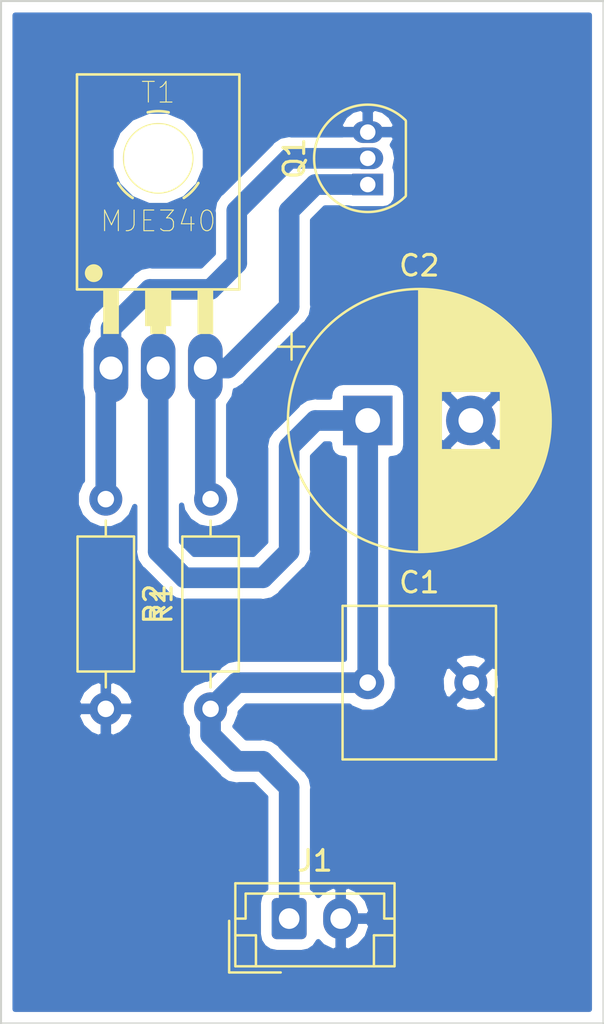
<source format=kicad_pcb>
(kicad_pcb (version 20171130) (host pcbnew 5.0.0-fee4fd1~66~ubuntu16.04.1)

  (general
    (thickness 1.6)
    (drawings 4)
    (tracks 34)
    (zones 0)
    (modules 7)
    (nets 5)
  )

  (page A4)
  (layers
    (0 F.Cu signal)
    (31 B.Cu signal)
    (32 B.Adhes user)
    (33 F.Adhes user)
    (34 B.Paste user)
    (35 F.Paste user)
    (36 B.SilkS user)
    (37 F.SilkS user)
    (38 B.Mask user)
    (39 F.Mask user)
    (40 Dwgs.User user)
    (41 Cmts.User user)
    (42 Eco1.User user)
    (43 Eco2.User user)
    (44 Edge.Cuts user)
    (45 Margin user)
    (46 B.CrtYd user)
    (47 F.CrtYd user)
    (48 B.Fab user)
    (49 F.Fab user)
  )

  (setup
    (last_trace_width 0.25)
    (trace_clearance 0.2)
    (zone_clearance 0.508)
    (zone_45_only no)
    (trace_min 0.2)
    (segment_width 0.2)
    (edge_width 0.1)
    (via_size 0.8)
    (via_drill 0.4)
    (via_min_size 0.4)
    (via_min_drill 0.3)
    (uvia_size 0.3)
    (uvia_drill 0.1)
    (uvias_allowed no)
    (uvia_min_size 0.2)
    (uvia_min_drill 0.1)
    (pcb_text_width 0.3)
    (pcb_text_size 1.5 1.5)
    (mod_edge_width 0.15)
    (mod_text_size 1 1)
    (mod_text_width 0.15)
    (pad_size 1.5 1.5)
    (pad_drill 0.6)
    (pad_to_mask_clearance 0)
    (aux_axis_origin 0 0)
    (visible_elements FFFFFF7F)
    (pcbplotparams
      (layerselection 0x010fc_ffffffff)
      (usegerberextensions false)
      (usegerberattributes false)
      (usegerberadvancedattributes false)
      (creategerberjobfile false)
      (excludeedgelayer true)
      (linewidth 0.100000)
      (plotframeref false)
      (viasonmask false)
      (mode 1)
      (useauxorigin false)
      (hpglpennumber 1)
      (hpglpenspeed 20)
      (hpglpendiameter 15.000000)
      (psnegative false)
      (psa4output false)
      (plotreference true)
      (plotvalue true)
      (plotinvisibletext false)
      (padsonsilk false)
      (subtractmaskfromsilk false)
      (outputformat 1)
      (mirror false)
      (drillshape 1)
      (scaleselection 1)
      (outputdirectory ""))
  )

  (net 0 "")
  (net 1 VCC)
  (net 2 GND)
  (net 3 "Net-(Q1-Pad2)")
  (net 4 "Net-(Q1-Pad1)")

  (net_class Default "This is the default net class."
    (clearance 0.2)
    (trace_width 0.25)
    (via_dia 0.8)
    (via_drill 0.4)
    (uvia_dia 0.3)
    (uvia_drill 0.1)
    (add_net GND)
    (add_net "Net-(Q1-Pad1)")
    (add_net "Net-(Q1-Pad2)")
    (add_net VCC)
  )

  (module Capacitor_THT:C_Rect_L7.2mm_W7.2mm_P5.00mm_FKS2_FKP2_MKS2_MKP2 (layer F.Cu) (tedit 5AE50EF0) (tstamp 5BDF116B)
    (at 154.94 107.95)
    (descr "C, Rect series, Radial, pin pitch=5.00mm, , length*width=7.2*7.2mm^2, Capacitor, http://www.wima.com/EN/WIMA_FKS_2.pdf")
    (tags "C Rect series Radial pin pitch 5.00mm  length 7.2mm width 7.2mm Capacitor")
    (path /5BC6DBAC)
    (fp_text reference C1 (at 2.5 -4.85) (layer F.SilkS)
      (effects (font (size 1 1) (thickness 0.15)))
    )
    (fp_text value "1uF 63V SMR (PPS)" (at 2.5 4.85) (layer F.Fab)
      (effects (font (size 1 1) (thickness 0.15)))
    )
    (fp_line (start -1.1 -3.6) (end -1.1 3.6) (layer F.Fab) (width 0.1))
    (fp_line (start -1.1 3.6) (end 6.1 3.6) (layer F.Fab) (width 0.1))
    (fp_line (start 6.1 3.6) (end 6.1 -3.6) (layer F.Fab) (width 0.1))
    (fp_line (start 6.1 -3.6) (end -1.1 -3.6) (layer F.Fab) (width 0.1))
    (fp_line (start -1.22 -3.72) (end 6.22 -3.72) (layer F.SilkS) (width 0.12))
    (fp_line (start -1.22 3.72) (end 6.22 3.72) (layer F.SilkS) (width 0.12))
    (fp_line (start -1.22 -3.72) (end -1.22 3.72) (layer F.SilkS) (width 0.12))
    (fp_line (start 6.22 -3.72) (end 6.22 3.72) (layer F.SilkS) (width 0.12))
    (fp_line (start -1.35 -3.85) (end -1.35 3.85) (layer F.CrtYd) (width 0.05))
    (fp_line (start -1.35 3.85) (end 6.35 3.85) (layer F.CrtYd) (width 0.05))
    (fp_line (start 6.35 3.85) (end 6.35 -3.85) (layer F.CrtYd) (width 0.05))
    (fp_line (start 6.35 -3.85) (end -1.35 -3.85) (layer F.CrtYd) (width 0.05))
    (fp_text user %R (at 2.5 0) (layer F.Fab)
      (effects (font (size 1 1) (thickness 0.15)))
    )
    (pad 1 thru_hole circle (at 0 0) (size 1.6 1.6) (drill 0.8) (layers *.Cu *.Mask)
      (net 1 VCC))
    (pad 2 thru_hole circle (at 5 0) (size 1.6 1.6) (drill 0.8) (layers *.Cu *.Mask)
      (net 2 GND))
    (model ${KISYS3DMOD}/Capacitor_THT.3dshapes/C_Rect_L7.2mm_W7.2mm_P5.00mm_FKS2_FKP2_MKS2_MKP2.wrl
      (at (xyz 0 0 0))
      (scale (xyz 1 1 1))
      (rotate (xyz 0 0 0))
    )
  )

  (module Capacitor_THT:CP_Radial_D12.5mm_P5.00mm (layer F.Cu) (tedit 5AE50EF1) (tstamp 5BDF1261)
    (at 154.94 95.25)
    (descr "CP, Radial series, Radial, pin pitch=5.00mm, , diameter=12.5mm, Electrolytic Capacitor")
    (tags "CP Radial series Radial pin pitch 5.00mm  diameter 12.5mm Electrolytic Capacitor")
    (path /5BC6DC40)
    (fp_text reference C2 (at 2.5 -7.5) (layer F.SilkS)
      (effects (font (size 1 1) (thickness 0.15)))
    )
    (fp_text value "470uF 50V BG" (at 2.5 7.5) (layer F.Fab)
      (effects (font (size 1 1) (thickness 0.15)))
    )
    (fp_circle (center 2.5 0) (end 8.75 0) (layer F.Fab) (width 0.1))
    (fp_circle (center 2.5 0) (end 8.87 0) (layer F.SilkS) (width 0.12))
    (fp_circle (center 2.5 0) (end 9 0) (layer F.CrtYd) (width 0.05))
    (fp_line (start -2.866489 -2.7375) (end -1.616489 -2.7375) (layer F.Fab) (width 0.1))
    (fp_line (start -2.241489 -3.3625) (end -2.241489 -2.1125) (layer F.Fab) (width 0.1))
    (fp_line (start 2.5 -6.33) (end 2.5 6.33) (layer F.SilkS) (width 0.12))
    (fp_line (start 2.54 -6.33) (end 2.54 6.33) (layer F.SilkS) (width 0.12))
    (fp_line (start 2.58 -6.33) (end 2.58 6.33) (layer F.SilkS) (width 0.12))
    (fp_line (start 2.62 -6.329) (end 2.62 6.329) (layer F.SilkS) (width 0.12))
    (fp_line (start 2.66 -6.328) (end 2.66 6.328) (layer F.SilkS) (width 0.12))
    (fp_line (start 2.7 -6.327) (end 2.7 6.327) (layer F.SilkS) (width 0.12))
    (fp_line (start 2.74 -6.326) (end 2.74 6.326) (layer F.SilkS) (width 0.12))
    (fp_line (start 2.78 -6.324) (end 2.78 6.324) (layer F.SilkS) (width 0.12))
    (fp_line (start 2.82 -6.322) (end 2.82 6.322) (layer F.SilkS) (width 0.12))
    (fp_line (start 2.86 -6.32) (end 2.86 6.32) (layer F.SilkS) (width 0.12))
    (fp_line (start 2.9 -6.318) (end 2.9 6.318) (layer F.SilkS) (width 0.12))
    (fp_line (start 2.94 -6.315) (end 2.94 6.315) (layer F.SilkS) (width 0.12))
    (fp_line (start 2.98 -6.312) (end 2.98 6.312) (layer F.SilkS) (width 0.12))
    (fp_line (start 3.02 -6.309) (end 3.02 6.309) (layer F.SilkS) (width 0.12))
    (fp_line (start 3.06 -6.306) (end 3.06 6.306) (layer F.SilkS) (width 0.12))
    (fp_line (start 3.1 -6.302) (end 3.1 6.302) (layer F.SilkS) (width 0.12))
    (fp_line (start 3.14 -6.298) (end 3.14 6.298) (layer F.SilkS) (width 0.12))
    (fp_line (start 3.18 -6.294) (end 3.18 6.294) (layer F.SilkS) (width 0.12))
    (fp_line (start 3.221 -6.29) (end 3.221 6.29) (layer F.SilkS) (width 0.12))
    (fp_line (start 3.261 -6.285) (end 3.261 6.285) (layer F.SilkS) (width 0.12))
    (fp_line (start 3.301 -6.28) (end 3.301 6.28) (layer F.SilkS) (width 0.12))
    (fp_line (start 3.341 -6.275) (end 3.341 6.275) (layer F.SilkS) (width 0.12))
    (fp_line (start 3.381 -6.269) (end 3.381 6.269) (layer F.SilkS) (width 0.12))
    (fp_line (start 3.421 -6.264) (end 3.421 6.264) (layer F.SilkS) (width 0.12))
    (fp_line (start 3.461 -6.258) (end 3.461 6.258) (layer F.SilkS) (width 0.12))
    (fp_line (start 3.501 -6.252) (end 3.501 6.252) (layer F.SilkS) (width 0.12))
    (fp_line (start 3.541 -6.245) (end 3.541 6.245) (layer F.SilkS) (width 0.12))
    (fp_line (start 3.581 -6.238) (end 3.581 -1.44) (layer F.SilkS) (width 0.12))
    (fp_line (start 3.581 1.44) (end 3.581 6.238) (layer F.SilkS) (width 0.12))
    (fp_line (start 3.621 -6.231) (end 3.621 -1.44) (layer F.SilkS) (width 0.12))
    (fp_line (start 3.621 1.44) (end 3.621 6.231) (layer F.SilkS) (width 0.12))
    (fp_line (start 3.661 -6.224) (end 3.661 -1.44) (layer F.SilkS) (width 0.12))
    (fp_line (start 3.661 1.44) (end 3.661 6.224) (layer F.SilkS) (width 0.12))
    (fp_line (start 3.701 -6.216) (end 3.701 -1.44) (layer F.SilkS) (width 0.12))
    (fp_line (start 3.701 1.44) (end 3.701 6.216) (layer F.SilkS) (width 0.12))
    (fp_line (start 3.741 -6.209) (end 3.741 -1.44) (layer F.SilkS) (width 0.12))
    (fp_line (start 3.741 1.44) (end 3.741 6.209) (layer F.SilkS) (width 0.12))
    (fp_line (start 3.781 -6.201) (end 3.781 -1.44) (layer F.SilkS) (width 0.12))
    (fp_line (start 3.781 1.44) (end 3.781 6.201) (layer F.SilkS) (width 0.12))
    (fp_line (start 3.821 -6.192) (end 3.821 -1.44) (layer F.SilkS) (width 0.12))
    (fp_line (start 3.821 1.44) (end 3.821 6.192) (layer F.SilkS) (width 0.12))
    (fp_line (start 3.861 -6.184) (end 3.861 -1.44) (layer F.SilkS) (width 0.12))
    (fp_line (start 3.861 1.44) (end 3.861 6.184) (layer F.SilkS) (width 0.12))
    (fp_line (start 3.901 -6.175) (end 3.901 -1.44) (layer F.SilkS) (width 0.12))
    (fp_line (start 3.901 1.44) (end 3.901 6.175) (layer F.SilkS) (width 0.12))
    (fp_line (start 3.941 -6.166) (end 3.941 -1.44) (layer F.SilkS) (width 0.12))
    (fp_line (start 3.941 1.44) (end 3.941 6.166) (layer F.SilkS) (width 0.12))
    (fp_line (start 3.981 -6.156) (end 3.981 -1.44) (layer F.SilkS) (width 0.12))
    (fp_line (start 3.981 1.44) (end 3.981 6.156) (layer F.SilkS) (width 0.12))
    (fp_line (start 4.021 -6.146) (end 4.021 -1.44) (layer F.SilkS) (width 0.12))
    (fp_line (start 4.021 1.44) (end 4.021 6.146) (layer F.SilkS) (width 0.12))
    (fp_line (start 4.061 -6.137) (end 4.061 -1.44) (layer F.SilkS) (width 0.12))
    (fp_line (start 4.061 1.44) (end 4.061 6.137) (layer F.SilkS) (width 0.12))
    (fp_line (start 4.101 -6.126) (end 4.101 -1.44) (layer F.SilkS) (width 0.12))
    (fp_line (start 4.101 1.44) (end 4.101 6.126) (layer F.SilkS) (width 0.12))
    (fp_line (start 4.141 -6.116) (end 4.141 -1.44) (layer F.SilkS) (width 0.12))
    (fp_line (start 4.141 1.44) (end 4.141 6.116) (layer F.SilkS) (width 0.12))
    (fp_line (start 4.181 -6.105) (end 4.181 -1.44) (layer F.SilkS) (width 0.12))
    (fp_line (start 4.181 1.44) (end 4.181 6.105) (layer F.SilkS) (width 0.12))
    (fp_line (start 4.221 -6.094) (end 4.221 -1.44) (layer F.SilkS) (width 0.12))
    (fp_line (start 4.221 1.44) (end 4.221 6.094) (layer F.SilkS) (width 0.12))
    (fp_line (start 4.261 -6.083) (end 4.261 -1.44) (layer F.SilkS) (width 0.12))
    (fp_line (start 4.261 1.44) (end 4.261 6.083) (layer F.SilkS) (width 0.12))
    (fp_line (start 4.301 -6.071) (end 4.301 -1.44) (layer F.SilkS) (width 0.12))
    (fp_line (start 4.301 1.44) (end 4.301 6.071) (layer F.SilkS) (width 0.12))
    (fp_line (start 4.341 -6.059) (end 4.341 -1.44) (layer F.SilkS) (width 0.12))
    (fp_line (start 4.341 1.44) (end 4.341 6.059) (layer F.SilkS) (width 0.12))
    (fp_line (start 4.381 -6.047) (end 4.381 -1.44) (layer F.SilkS) (width 0.12))
    (fp_line (start 4.381 1.44) (end 4.381 6.047) (layer F.SilkS) (width 0.12))
    (fp_line (start 4.421 -6.034) (end 4.421 -1.44) (layer F.SilkS) (width 0.12))
    (fp_line (start 4.421 1.44) (end 4.421 6.034) (layer F.SilkS) (width 0.12))
    (fp_line (start 4.461 -6.021) (end 4.461 -1.44) (layer F.SilkS) (width 0.12))
    (fp_line (start 4.461 1.44) (end 4.461 6.021) (layer F.SilkS) (width 0.12))
    (fp_line (start 4.501 -6.008) (end 4.501 -1.44) (layer F.SilkS) (width 0.12))
    (fp_line (start 4.501 1.44) (end 4.501 6.008) (layer F.SilkS) (width 0.12))
    (fp_line (start 4.541 -5.995) (end 4.541 -1.44) (layer F.SilkS) (width 0.12))
    (fp_line (start 4.541 1.44) (end 4.541 5.995) (layer F.SilkS) (width 0.12))
    (fp_line (start 4.581 -5.981) (end 4.581 -1.44) (layer F.SilkS) (width 0.12))
    (fp_line (start 4.581 1.44) (end 4.581 5.981) (layer F.SilkS) (width 0.12))
    (fp_line (start 4.621 -5.967) (end 4.621 -1.44) (layer F.SilkS) (width 0.12))
    (fp_line (start 4.621 1.44) (end 4.621 5.967) (layer F.SilkS) (width 0.12))
    (fp_line (start 4.661 -5.953) (end 4.661 -1.44) (layer F.SilkS) (width 0.12))
    (fp_line (start 4.661 1.44) (end 4.661 5.953) (layer F.SilkS) (width 0.12))
    (fp_line (start 4.701 -5.939) (end 4.701 -1.44) (layer F.SilkS) (width 0.12))
    (fp_line (start 4.701 1.44) (end 4.701 5.939) (layer F.SilkS) (width 0.12))
    (fp_line (start 4.741 -5.924) (end 4.741 -1.44) (layer F.SilkS) (width 0.12))
    (fp_line (start 4.741 1.44) (end 4.741 5.924) (layer F.SilkS) (width 0.12))
    (fp_line (start 4.781 -5.908) (end 4.781 -1.44) (layer F.SilkS) (width 0.12))
    (fp_line (start 4.781 1.44) (end 4.781 5.908) (layer F.SilkS) (width 0.12))
    (fp_line (start 4.821 -5.893) (end 4.821 -1.44) (layer F.SilkS) (width 0.12))
    (fp_line (start 4.821 1.44) (end 4.821 5.893) (layer F.SilkS) (width 0.12))
    (fp_line (start 4.861 -5.877) (end 4.861 -1.44) (layer F.SilkS) (width 0.12))
    (fp_line (start 4.861 1.44) (end 4.861 5.877) (layer F.SilkS) (width 0.12))
    (fp_line (start 4.901 -5.861) (end 4.901 -1.44) (layer F.SilkS) (width 0.12))
    (fp_line (start 4.901 1.44) (end 4.901 5.861) (layer F.SilkS) (width 0.12))
    (fp_line (start 4.941 -5.845) (end 4.941 -1.44) (layer F.SilkS) (width 0.12))
    (fp_line (start 4.941 1.44) (end 4.941 5.845) (layer F.SilkS) (width 0.12))
    (fp_line (start 4.981 -5.828) (end 4.981 -1.44) (layer F.SilkS) (width 0.12))
    (fp_line (start 4.981 1.44) (end 4.981 5.828) (layer F.SilkS) (width 0.12))
    (fp_line (start 5.021 -5.811) (end 5.021 -1.44) (layer F.SilkS) (width 0.12))
    (fp_line (start 5.021 1.44) (end 5.021 5.811) (layer F.SilkS) (width 0.12))
    (fp_line (start 5.061 -5.793) (end 5.061 -1.44) (layer F.SilkS) (width 0.12))
    (fp_line (start 5.061 1.44) (end 5.061 5.793) (layer F.SilkS) (width 0.12))
    (fp_line (start 5.101 -5.776) (end 5.101 -1.44) (layer F.SilkS) (width 0.12))
    (fp_line (start 5.101 1.44) (end 5.101 5.776) (layer F.SilkS) (width 0.12))
    (fp_line (start 5.141 -5.758) (end 5.141 -1.44) (layer F.SilkS) (width 0.12))
    (fp_line (start 5.141 1.44) (end 5.141 5.758) (layer F.SilkS) (width 0.12))
    (fp_line (start 5.181 -5.739) (end 5.181 -1.44) (layer F.SilkS) (width 0.12))
    (fp_line (start 5.181 1.44) (end 5.181 5.739) (layer F.SilkS) (width 0.12))
    (fp_line (start 5.221 -5.721) (end 5.221 -1.44) (layer F.SilkS) (width 0.12))
    (fp_line (start 5.221 1.44) (end 5.221 5.721) (layer F.SilkS) (width 0.12))
    (fp_line (start 5.261 -5.702) (end 5.261 -1.44) (layer F.SilkS) (width 0.12))
    (fp_line (start 5.261 1.44) (end 5.261 5.702) (layer F.SilkS) (width 0.12))
    (fp_line (start 5.301 -5.682) (end 5.301 -1.44) (layer F.SilkS) (width 0.12))
    (fp_line (start 5.301 1.44) (end 5.301 5.682) (layer F.SilkS) (width 0.12))
    (fp_line (start 5.341 -5.662) (end 5.341 -1.44) (layer F.SilkS) (width 0.12))
    (fp_line (start 5.341 1.44) (end 5.341 5.662) (layer F.SilkS) (width 0.12))
    (fp_line (start 5.381 -5.642) (end 5.381 -1.44) (layer F.SilkS) (width 0.12))
    (fp_line (start 5.381 1.44) (end 5.381 5.642) (layer F.SilkS) (width 0.12))
    (fp_line (start 5.421 -5.622) (end 5.421 -1.44) (layer F.SilkS) (width 0.12))
    (fp_line (start 5.421 1.44) (end 5.421 5.622) (layer F.SilkS) (width 0.12))
    (fp_line (start 5.461 -5.601) (end 5.461 -1.44) (layer F.SilkS) (width 0.12))
    (fp_line (start 5.461 1.44) (end 5.461 5.601) (layer F.SilkS) (width 0.12))
    (fp_line (start 5.501 -5.58) (end 5.501 -1.44) (layer F.SilkS) (width 0.12))
    (fp_line (start 5.501 1.44) (end 5.501 5.58) (layer F.SilkS) (width 0.12))
    (fp_line (start 5.541 -5.558) (end 5.541 -1.44) (layer F.SilkS) (width 0.12))
    (fp_line (start 5.541 1.44) (end 5.541 5.558) (layer F.SilkS) (width 0.12))
    (fp_line (start 5.581 -5.536) (end 5.581 -1.44) (layer F.SilkS) (width 0.12))
    (fp_line (start 5.581 1.44) (end 5.581 5.536) (layer F.SilkS) (width 0.12))
    (fp_line (start 5.621 -5.514) (end 5.621 -1.44) (layer F.SilkS) (width 0.12))
    (fp_line (start 5.621 1.44) (end 5.621 5.514) (layer F.SilkS) (width 0.12))
    (fp_line (start 5.661 -5.491) (end 5.661 -1.44) (layer F.SilkS) (width 0.12))
    (fp_line (start 5.661 1.44) (end 5.661 5.491) (layer F.SilkS) (width 0.12))
    (fp_line (start 5.701 -5.468) (end 5.701 -1.44) (layer F.SilkS) (width 0.12))
    (fp_line (start 5.701 1.44) (end 5.701 5.468) (layer F.SilkS) (width 0.12))
    (fp_line (start 5.741 -5.445) (end 5.741 -1.44) (layer F.SilkS) (width 0.12))
    (fp_line (start 5.741 1.44) (end 5.741 5.445) (layer F.SilkS) (width 0.12))
    (fp_line (start 5.781 -5.421) (end 5.781 -1.44) (layer F.SilkS) (width 0.12))
    (fp_line (start 5.781 1.44) (end 5.781 5.421) (layer F.SilkS) (width 0.12))
    (fp_line (start 5.821 -5.397) (end 5.821 -1.44) (layer F.SilkS) (width 0.12))
    (fp_line (start 5.821 1.44) (end 5.821 5.397) (layer F.SilkS) (width 0.12))
    (fp_line (start 5.861 -5.372) (end 5.861 -1.44) (layer F.SilkS) (width 0.12))
    (fp_line (start 5.861 1.44) (end 5.861 5.372) (layer F.SilkS) (width 0.12))
    (fp_line (start 5.901 -5.347) (end 5.901 -1.44) (layer F.SilkS) (width 0.12))
    (fp_line (start 5.901 1.44) (end 5.901 5.347) (layer F.SilkS) (width 0.12))
    (fp_line (start 5.941 -5.322) (end 5.941 -1.44) (layer F.SilkS) (width 0.12))
    (fp_line (start 5.941 1.44) (end 5.941 5.322) (layer F.SilkS) (width 0.12))
    (fp_line (start 5.981 -5.296) (end 5.981 -1.44) (layer F.SilkS) (width 0.12))
    (fp_line (start 5.981 1.44) (end 5.981 5.296) (layer F.SilkS) (width 0.12))
    (fp_line (start 6.021 -5.27) (end 6.021 -1.44) (layer F.SilkS) (width 0.12))
    (fp_line (start 6.021 1.44) (end 6.021 5.27) (layer F.SilkS) (width 0.12))
    (fp_line (start 6.061 -5.243) (end 6.061 -1.44) (layer F.SilkS) (width 0.12))
    (fp_line (start 6.061 1.44) (end 6.061 5.243) (layer F.SilkS) (width 0.12))
    (fp_line (start 6.101 -5.216) (end 6.101 -1.44) (layer F.SilkS) (width 0.12))
    (fp_line (start 6.101 1.44) (end 6.101 5.216) (layer F.SilkS) (width 0.12))
    (fp_line (start 6.141 -5.188) (end 6.141 -1.44) (layer F.SilkS) (width 0.12))
    (fp_line (start 6.141 1.44) (end 6.141 5.188) (layer F.SilkS) (width 0.12))
    (fp_line (start 6.181 -5.16) (end 6.181 -1.44) (layer F.SilkS) (width 0.12))
    (fp_line (start 6.181 1.44) (end 6.181 5.16) (layer F.SilkS) (width 0.12))
    (fp_line (start 6.221 -5.131) (end 6.221 -1.44) (layer F.SilkS) (width 0.12))
    (fp_line (start 6.221 1.44) (end 6.221 5.131) (layer F.SilkS) (width 0.12))
    (fp_line (start 6.261 -5.102) (end 6.261 -1.44) (layer F.SilkS) (width 0.12))
    (fp_line (start 6.261 1.44) (end 6.261 5.102) (layer F.SilkS) (width 0.12))
    (fp_line (start 6.301 -5.073) (end 6.301 -1.44) (layer F.SilkS) (width 0.12))
    (fp_line (start 6.301 1.44) (end 6.301 5.073) (layer F.SilkS) (width 0.12))
    (fp_line (start 6.341 -5.043) (end 6.341 -1.44) (layer F.SilkS) (width 0.12))
    (fp_line (start 6.341 1.44) (end 6.341 5.043) (layer F.SilkS) (width 0.12))
    (fp_line (start 6.381 -5.012) (end 6.381 -1.44) (layer F.SilkS) (width 0.12))
    (fp_line (start 6.381 1.44) (end 6.381 5.012) (layer F.SilkS) (width 0.12))
    (fp_line (start 6.421 -4.982) (end 6.421 -1.44) (layer F.SilkS) (width 0.12))
    (fp_line (start 6.421 1.44) (end 6.421 4.982) (layer F.SilkS) (width 0.12))
    (fp_line (start 6.461 -4.95) (end 6.461 4.95) (layer F.SilkS) (width 0.12))
    (fp_line (start 6.501 -4.918) (end 6.501 4.918) (layer F.SilkS) (width 0.12))
    (fp_line (start 6.541 -4.885) (end 6.541 4.885) (layer F.SilkS) (width 0.12))
    (fp_line (start 6.581 -4.852) (end 6.581 4.852) (layer F.SilkS) (width 0.12))
    (fp_line (start 6.621 -4.819) (end 6.621 4.819) (layer F.SilkS) (width 0.12))
    (fp_line (start 6.661 -4.785) (end 6.661 4.785) (layer F.SilkS) (width 0.12))
    (fp_line (start 6.701 -4.75) (end 6.701 4.75) (layer F.SilkS) (width 0.12))
    (fp_line (start 6.741 -4.714) (end 6.741 4.714) (layer F.SilkS) (width 0.12))
    (fp_line (start 6.781 -4.678) (end 6.781 4.678) (layer F.SilkS) (width 0.12))
    (fp_line (start 6.821 -4.642) (end 6.821 4.642) (layer F.SilkS) (width 0.12))
    (fp_line (start 6.861 -4.605) (end 6.861 4.605) (layer F.SilkS) (width 0.12))
    (fp_line (start 6.901 -4.567) (end 6.901 4.567) (layer F.SilkS) (width 0.12))
    (fp_line (start 6.941 -4.528) (end 6.941 4.528) (layer F.SilkS) (width 0.12))
    (fp_line (start 6.981 -4.489) (end 6.981 4.489) (layer F.SilkS) (width 0.12))
    (fp_line (start 7.021 -4.449) (end 7.021 4.449) (layer F.SilkS) (width 0.12))
    (fp_line (start 7.061 -4.408) (end 7.061 4.408) (layer F.SilkS) (width 0.12))
    (fp_line (start 7.101 -4.367) (end 7.101 4.367) (layer F.SilkS) (width 0.12))
    (fp_line (start 7.141 -4.325) (end 7.141 4.325) (layer F.SilkS) (width 0.12))
    (fp_line (start 7.181 -4.282) (end 7.181 4.282) (layer F.SilkS) (width 0.12))
    (fp_line (start 7.221 -4.238) (end 7.221 4.238) (layer F.SilkS) (width 0.12))
    (fp_line (start 7.261 -4.194) (end 7.261 4.194) (layer F.SilkS) (width 0.12))
    (fp_line (start 7.301 -4.148) (end 7.301 4.148) (layer F.SilkS) (width 0.12))
    (fp_line (start 7.341 -4.102) (end 7.341 4.102) (layer F.SilkS) (width 0.12))
    (fp_line (start 7.381 -4.055) (end 7.381 4.055) (layer F.SilkS) (width 0.12))
    (fp_line (start 7.421 -4.007) (end 7.421 4.007) (layer F.SilkS) (width 0.12))
    (fp_line (start 7.461 -3.957) (end 7.461 3.957) (layer F.SilkS) (width 0.12))
    (fp_line (start 7.501 -3.907) (end 7.501 3.907) (layer F.SilkS) (width 0.12))
    (fp_line (start 7.541 -3.856) (end 7.541 3.856) (layer F.SilkS) (width 0.12))
    (fp_line (start 7.581 -3.804) (end 7.581 3.804) (layer F.SilkS) (width 0.12))
    (fp_line (start 7.621 -3.75) (end 7.621 3.75) (layer F.SilkS) (width 0.12))
    (fp_line (start 7.661 -3.696) (end 7.661 3.696) (layer F.SilkS) (width 0.12))
    (fp_line (start 7.701 -3.64) (end 7.701 3.64) (layer F.SilkS) (width 0.12))
    (fp_line (start 7.741 -3.583) (end 7.741 3.583) (layer F.SilkS) (width 0.12))
    (fp_line (start 7.781 -3.524) (end 7.781 3.524) (layer F.SilkS) (width 0.12))
    (fp_line (start 7.821 -3.464) (end 7.821 3.464) (layer F.SilkS) (width 0.12))
    (fp_line (start 7.861 -3.402) (end 7.861 3.402) (layer F.SilkS) (width 0.12))
    (fp_line (start 7.901 -3.339) (end 7.901 3.339) (layer F.SilkS) (width 0.12))
    (fp_line (start 7.941 -3.275) (end 7.941 3.275) (layer F.SilkS) (width 0.12))
    (fp_line (start 7.981 -3.208) (end 7.981 3.208) (layer F.SilkS) (width 0.12))
    (fp_line (start 8.021 -3.14) (end 8.021 3.14) (layer F.SilkS) (width 0.12))
    (fp_line (start 8.061 -3.069) (end 8.061 3.069) (layer F.SilkS) (width 0.12))
    (fp_line (start 8.101 -2.996) (end 8.101 2.996) (layer F.SilkS) (width 0.12))
    (fp_line (start 8.141 -2.921) (end 8.141 2.921) (layer F.SilkS) (width 0.12))
    (fp_line (start 8.181 -2.844) (end 8.181 2.844) (layer F.SilkS) (width 0.12))
    (fp_line (start 8.221 -2.764) (end 8.221 2.764) (layer F.SilkS) (width 0.12))
    (fp_line (start 8.261 -2.681) (end 8.261 2.681) (layer F.SilkS) (width 0.12))
    (fp_line (start 8.301 -2.594) (end 8.301 2.594) (layer F.SilkS) (width 0.12))
    (fp_line (start 8.341 -2.504) (end 8.341 2.504) (layer F.SilkS) (width 0.12))
    (fp_line (start 8.381 -2.41) (end 8.381 2.41) (layer F.SilkS) (width 0.12))
    (fp_line (start 8.421 -2.312) (end 8.421 2.312) (layer F.SilkS) (width 0.12))
    (fp_line (start 8.461 -2.209) (end 8.461 2.209) (layer F.SilkS) (width 0.12))
    (fp_line (start 8.501 -2.1) (end 8.501 2.1) (layer F.SilkS) (width 0.12))
    (fp_line (start 8.541 -1.984) (end 8.541 1.984) (layer F.SilkS) (width 0.12))
    (fp_line (start 8.581 -1.861) (end 8.581 1.861) (layer F.SilkS) (width 0.12))
    (fp_line (start 8.621 -1.728) (end 8.621 1.728) (layer F.SilkS) (width 0.12))
    (fp_line (start 8.661 -1.583) (end 8.661 1.583) (layer F.SilkS) (width 0.12))
    (fp_line (start 8.701 -1.422) (end 8.701 1.422) (layer F.SilkS) (width 0.12))
    (fp_line (start 8.741 -1.241) (end 8.741 1.241) (layer F.SilkS) (width 0.12))
    (fp_line (start 8.781 -1.028) (end 8.781 1.028) (layer F.SilkS) (width 0.12))
    (fp_line (start 8.821 -0.757) (end 8.821 0.757) (layer F.SilkS) (width 0.12))
    (fp_line (start 8.861 -0.317) (end 8.861 0.317) (layer F.SilkS) (width 0.12))
    (fp_line (start -4.317082 -3.575) (end -3.067082 -3.575) (layer F.SilkS) (width 0.12))
    (fp_line (start -3.692082 -4.2) (end -3.692082 -2.95) (layer F.SilkS) (width 0.12))
    (fp_text user %R (at 2.5 0) (layer F.Fab)
      (effects (font (size 1 1) (thickness 0.15)))
    )
    (pad 1 thru_hole rect (at 0 0) (size 2.4 2.4) (drill 1.2) (layers *.Cu *.Mask)
      (net 1 VCC))
    (pad 2 thru_hole circle (at 5 0) (size 2.4 2.4) (drill 1.2) (layers *.Cu *.Mask)
      (net 2 GND))
    (model ${KISYS3DMOD}/Capacitor_THT.3dshapes/CP_Radial_D12.5mm_P5.00mm.wrl
      (at (xyz 0 0 0))
      (scale (xyz 1 1 1))
      (rotate (xyz 0 0 0))
    )
  )

  (module Connector_JST:JST_EH_B02B-EH-A_1x02_P2.50mm_Vertical (layer F.Cu) (tedit 5B772AC7) (tstamp 5BDF1281)
    (at 151.13 119.38)
    (descr "JST EH series connector, B02B-EH-A (http://www.jst-mfg.com/product/pdf/eng/eEH.pdf), generated with kicad-footprint-generator")
    (tags "connector JST EH side entry")
    (path /5BC6EFA7)
    (fp_text reference J1 (at 1.25 -2.8) (layer F.SilkS)
      (effects (font (size 1 1) (thickness 0.15)))
    )
    (fp_text value Conn_01x02 (at 1.25 3.4) (layer F.Fab)
      (effects (font (size 1 1) (thickness 0.15)))
    )
    (fp_line (start -2.5 -1.6) (end -2.5 2.2) (layer F.Fab) (width 0.1))
    (fp_line (start -2.5 2.2) (end 5 2.2) (layer F.Fab) (width 0.1))
    (fp_line (start 5 2.2) (end 5 -1.6) (layer F.Fab) (width 0.1))
    (fp_line (start 5 -1.6) (end -2.5 -1.6) (layer F.Fab) (width 0.1))
    (fp_line (start -3 -2.1) (end -3 2.7) (layer F.CrtYd) (width 0.05))
    (fp_line (start -3 2.7) (end 5.5 2.7) (layer F.CrtYd) (width 0.05))
    (fp_line (start 5.5 2.7) (end 5.5 -2.1) (layer F.CrtYd) (width 0.05))
    (fp_line (start 5.5 -2.1) (end -3 -2.1) (layer F.CrtYd) (width 0.05))
    (fp_line (start -2.61 -1.71) (end -2.61 2.31) (layer F.SilkS) (width 0.12))
    (fp_line (start -2.61 2.31) (end 5.11 2.31) (layer F.SilkS) (width 0.12))
    (fp_line (start 5.11 2.31) (end 5.11 -1.71) (layer F.SilkS) (width 0.12))
    (fp_line (start 5.11 -1.71) (end -2.61 -1.71) (layer F.SilkS) (width 0.12))
    (fp_line (start -2.61 0) (end -2.11 0) (layer F.SilkS) (width 0.12))
    (fp_line (start -2.11 0) (end -2.11 -1.21) (layer F.SilkS) (width 0.12))
    (fp_line (start -2.11 -1.21) (end 4.61 -1.21) (layer F.SilkS) (width 0.12))
    (fp_line (start 4.61 -1.21) (end 4.61 0) (layer F.SilkS) (width 0.12))
    (fp_line (start 4.61 0) (end 5.11 0) (layer F.SilkS) (width 0.12))
    (fp_line (start -2.61 0.81) (end -1.61 0.81) (layer F.SilkS) (width 0.12))
    (fp_line (start -1.61 0.81) (end -1.61 2.31) (layer F.SilkS) (width 0.12))
    (fp_line (start 5.11 0.81) (end 4.11 0.81) (layer F.SilkS) (width 0.12))
    (fp_line (start 4.11 0.81) (end 4.11 2.31) (layer F.SilkS) (width 0.12))
    (fp_line (start -2.91 0.11) (end -2.91 2.61) (layer F.SilkS) (width 0.12))
    (fp_line (start -2.91 2.61) (end -0.41 2.61) (layer F.SilkS) (width 0.12))
    (fp_line (start -2.91 0.11) (end -2.91 2.61) (layer F.Fab) (width 0.1))
    (fp_line (start -2.91 2.61) (end -0.41 2.61) (layer F.Fab) (width 0.1))
    (fp_text user %R (at 1.25 1.5) (layer F.Fab)
      (effects (font (size 1 1) (thickness 0.15)))
    )
    (pad 1 thru_hole roundrect (at 0 0) (size 1.7 2) (drill 1) (layers *.Cu *.Mask) (roundrect_rratio 0.147059)
      (net 1 VCC))
    (pad 2 thru_hole oval (at 2.5 0) (size 1.7 2) (drill 1) (layers *.Cu *.Mask)
      (net 2 GND))
    (model ${KISYS3DMOD}/Connector_JST.3dshapes/JST_EH_B02B-EH-A_1x02_P2.50mm_Vertical.wrl
      (at (xyz 0 0 0))
      (scale (xyz 1 1 1))
      (rotate (xyz 0 0 0))
    )
  )

  (module Package_TO_SOT_THT:TO-92_Inline (layer F.Cu) (tedit 5A1DD157) (tstamp 5BDF1293)
    (at 154.94 83.82 90)
    (descr "TO-92 leads in-line, narrow, oval pads, drill 0.75mm (see NXP sot054_po.pdf)")
    (tags "to-92 sc-43 sc-43a sot54 PA33 transistor")
    (path /5BC6D830)
    (fp_text reference Q1 (at 1.27 -3.56 90) (layer F.SilkS)
      (effects (font (size 1 1) (thickness 0.15)))
    )
    (fp_text value BC547 (at 1.27 2.79 90) (layer F.Fab)
      (effects (font (size 1 1) (thickness 0.15)))
    )
    (fp_text user %R (at 1.27 -3.56 90) (layer F.Fab)
      (effects (font (size 1 1) (thickness 0.15)))
    )
    (fp_line (start -0.53 1.85) (end 3.07 1.85) (layer F.SilkS) (width 0.12))
    (fp_line (start -0.5 1.75) (end 3 1.75) (layer F.Fab) (width 0.1))
    (fp_line (start -1.46 -2.73) (end 4 -2.73) (layer F.CrtYd) (width 0.05))
    (fp_line (start -1.46 -2.73) (end -1.46 2.01) (layer F.CrtYd) (width 0.05))
    (fp_line (start 4 2.01) (end 4 -2.73) (layer F.CrtYd) (width 0.05))
    (fp_line (start 4 2.01) (end -1.46 2.01) (layer F.CrtYd) (width 0.05))
    (fp_arc (start 1.27 0) (end 1.27 -2.48) (angle 135) (layer F.Fab) (width 0.1))
    (fp_arc (start 1.27 0) (end 1.27 -2.6) (angle -135) (layer F.SilkS) (width 0.12))
    (fp_arc (start 1.27 0) (end 1.27 -2.48) (angle -135) (layer F.Fab) (width 0.1))
    (fp_arc (start 1.27 0) (end 1.27 -2.6) (angle 135) (layer F.SilkS) (width 0.12))
    (pad 2 thru_hole oval (at 1.27 0 90) (size 1.05 1.5) (drill 0.75) (layers *.Cu *.Mask)
      (net 3 "Net-(Q1-Pad2)"))
    (pad 3 thru_hole oval (at 2.54 0 90) (size 1.05 1.5) (drill 0.75) (layers *.Cu *.Mask)
      (net 2 GND))
    (pad 1 thru_hole rect (at 0 0 90) (size 1.05 1.5) (drill 0.75) (layers *.Cu *.Mask)
      (net 4 "Net-(Q1-Pad1)"))
    (model ${KISYS3DMOD}/Package_TO_SOT_THT.3dshapes/TO-92_Inline.wrl
      (at (xyz 0 0 0))
      (scale (xyz 1 1 1))
      (rotate (xyz 0 0 0))
    )
  )

  (module Resistor_THT:R_Axial_DIN0207_L6.3mm_D2.5mm_P10.16mm_Horizontal (layer F.Cu) (tedit 5AE5139B) (tstamp 5BDF12AA)
    (at 147.32 109.22 90)
    (descr "Resistor, Axial_DIN0207 series, Axial, Horizontal, pin pitch=10.16mm, 0.25W = 1/4W, length*diameter=6.3*2.5mm^2, http://cdn-reichelt.de/documents/datenblatt/B400/1_4W%23YAG.pdf")
    (tags "Resistor Axial_DIN0207 series Axial Horizontal pin pitch 10.16mm 0.25W = 1/4W length 6.3mm diameter 2.5mm")
    (path /5BC6D9B1)
    (fp_text reference R1 (at 5.08 -2.37 90) (layer F.SilkS)
      (effects (font (size 1 1) (thickness 0.15)))
    )
    (fp_text value 5k6 (at 5.08 2.37 90) (layer F.Fab)
      (effects (font (size 1 1) (thickness 0.15)))
    )
    (fp_line (start 1.93 -1.25) (end 1.93 1.25) (layer F.Fab) (width 0.1))
    (fp_line (start 1.93 1.25) (end 8.23 1.25) (layer F.Fab) (width 0.1))
    (fp_line (start 8.23 1.25) (end 8.23 -1.25) (layer F.Fab) (width 0.1))
    (fp_line (start 8.23 -1.25) (end 1.93 -1.25) (layer F.Fab) (width 0.1))
    (fp_line (start 0 0) (end 1.93 0) (layer F.Fab) (width 0.1))
    (fp_line (start 10.16 0) (end 8.23 0) (layer F.Fab) (width 0.1))
    (fp_line (start 1.81 -1.37) (end 1.81 1.37) (layer F.SilkS) (width 0.12))
    (fp_line (start 1.81 1.37) (end 8.35 1.37) (layer F.SilkS) (width 0.12))
    (fp_line (start 8.35 1.37) (end 8.35 -1.37) (layer F.SilkS) (width 0.12))
    (fp_line (start 8.35 -1.37) (end 1.81 -1.37) (layer F.SilkS) (width 0.12))
    (fp_line (start 1.04 0) (end 1.81 0) (layer F.SilkS) (width 0.12))
    (fp_line (start 9.12 0) (end 8.35 0) (layer F.SilkS) (width 0.12))
    (fp_line (start -1.05 -1.5) (end -1.05 1.5) (layer F.CrtYd) (width 0.05))
    (fp_line (start -1.05 1.5) (end 11.21 1.5) (layer F.CrtYd) (width 0.05))
    (fp_line (start 11.21 1.5) (end 11.21 -1.5) (layer F.CrtYd) (width 0.05))
    (fp_line (start 11.21 -1.5) (end -1.05 -1.5) (layer F.CrtYd) (width 0.05))
    (fp_text user %R (at 5.08 0 90) (layer F.Fab)
      (effects (font (size 1 1) (thickness 0.15)))
    )
    (pad 1 thru_hole circle (at 0 0 90) (size 1.6 1.6) (drill 0.8) (layers *.Cu *.Mask)
      (net 1 VCC))
    (pad 2 thru_hole oval (at 10.16 0 90) (size 1.6 1.6) (drill 0.8) (layers *.Cu *.Mask)
      (net 4 "Net-(Q1-Pad1)"))
    (model ${KISYS3DMOD}/Resistor_THT.3dshapes/R_Axial_DIN0207_L6.3mm_D2.5mm_P10.16mm_Horizontal.wrl
      (at (xyz 0 0 0))
      (scale (xyz 1 1 1))
      (rotate (xyz 0 0 0))
    )
  )

  (module Resistor_THT:R_Axial_DIN0207_L6.3mm_D2.5mm_P10.16mm_Horizontal (layer F.Cu) (tedit 5AE5139B) (tstamp 5BDF12C1)
    (at 142.24 99.06 270)
    (descr "Resistor, Axial_DIN0207 series, Axial, Horizontal, pin pitch=10.16mm, 0.25W = 1/4W, length*diameter=6.3*2.5mm^2, http://cdn-reichelt.de/documents/datenblatt/B400/1_4W%23YAG.pdf")
    (tags "Resistor Axial_DIN0207 series Axial Horizontal pin pitch 10.16mm 0.25W = 1/4W length 6.3mm diameter 2.5mm")
    (path /5BC6D9FA)
    (fp_text reference R2 (at 5.08 -2.37 270) (layer F.SilkS)
      (effects (font (size 1 1) (thickness 0.15)))
    )
    (fp_text value 16R (at 5.08 2.37 270) (layer F.Fab)
      (effects (font (size 1 1) (thickness 0.15)))
    )
    (fp_text user %R (at 5.08 0) (layer F.Fab)
      (effects (font (size 1 1) (thickness 0.15)))
    )
    (fp_line (start 11.21 -1.5) (end -1.05 -1.5) (layer F.CrtYd) (width 0.05))
    (fp_line (start 11.21 1.5) (end 11.21 -1.5) (layer F.CrtYd) (width 0.05))
    (fp_line (start -1.05 1.5) (end 11.21 1.5) (layer F.CrtYd) (width 0.05))
    (fp_line (start -1.05 -1.5) (end -1.05 1.5) (layer F.CrtYd) (width 0.05))
    (fp_line (start 9.12 0) (end 8.35 0) (layer F.SilkS) (width 0.12))
    (fp_line (start 1.04 0) (end 1.81 0) (layer F.SilkS) (width 0.12))
    (fp_line (start 8.35 -1.37) (end 1.81 -1.37) (layer F.SilkS) (width 0.12))
    (fp_line (start 8.35 1.37) (end 8.35 -1.37) (layer F.SilkS) (width 0.12))
    (fp_line (start 1.81 1.37) (end 8.35 1.37) (layer F.SilkS) (width 0.12))
    (fp_line (start 1.81 -1.37) (end 1.81 1.37) (layer F.SilkS) (width 0.12))
    (fp_line (start 10.16 0) (end 8.23 0) (layer F.Fab) (width 0.1))
    (fp_line (start 0 0) (end 1.93 0) (layer F.Fab) (width 0.1))
    (fp_line (start 8.23 -1.25) (end 1.93 -1.25) (layer F.Fab) (width 0.1))
    (fp_line (start 8.23 1.25) (end 8.23 -1.25) (layer F.Fab) (width 0.1))
    (fp_line (start 1.93 1.25) (end 8.23 1.25) (layer F.Fab) (width 0.1))
    (fp_line (start 1.93 -1.25) (end 1.93 1.25) (layer F.Fab) (width 0.1))
    (pad 2 thru_hole oval (at 10.16 0 270) (size 1.6 1.6) (drill 0.8) (layers *.Cu *.Mask)
      (net 2 GND))
    (pad 1 thru_hole circle (at 0 0 270) (size 1.6 1.6) (drill 0.8) (layers *.Cu *.Mask)
      (net 3 "Net-(Q1-Pad2)"))
    (model ${KISYS3DMOD}/Resistor_THT.3dshapes/R_Axial_DIN0207_L6.3mm_D2.5mm_P10.16mm_Horizontal.wrl
      (at (xyz 0 0 0))
      (scale (xyz 1 1 1))
      (rotate (xyz 0 0 0))
    )
  )

  (module MJE340:TO126 (layer F.Cu) (tedit 0) (tstamp 5BDF12DE)
    (at 144.78 87.63)
    (descr "<b>TO 126 horizontal</b>")
    (path /5BC6D668)
    (fp_text reference T1 (at 0 -8.26774) (layer F.SilkS)
      (effects (font (size 1.00154 1.00154) (thickness 0.05)))
    )
    (fp_text value MJE340 (at -0.00001 -2.03556) (layer F.SilkS)
      (effects (font (size 1.00175 1.00175) (thickness 0.05)))
    )
    (fp_line (start -3.937 1.27) (end -3.937 -9.144) (layer F.SilkS) (width 0.127))
    (fp_line (start -3.937 -9.144) (end 3.937 -9.144) (layer F.SilkS) (width 0.127))
    (fp_line (start 3.937 -9.144) (end 3.937 1.27) (layer F.SilkS) (width 0.127))
    (fp_line (start -3.937 1.27) (end 3.937 1.27) (layer F.SilkS) (width 0.127))
    (fp_arc (start 0.000001 -5.08011) (end 1.9493 -3.8858) (angle 25.6) (layer F.SilkS) (width 0.127))
    (fp_arc (start -0.000001 -5.08011) (end -1.2393 -3.1591) (angle 25.6) (layer F.SilkS) (width 0.127))
    (fp_arc (start 0 -5.08) (end 0.508 -7.3088) (angle -25.6) (layer F.SilkS) (width 0.127))
    (fp_circle (center -3.1242 0.4826) (end -2.6924 0.4826) (layer F.SilkS) (width 0))
    (fp_circle (center 0 -5.08) (end 3.81 -5.08) (layer Dwgs.User) (width 0))
    (fp_circle (center 0 -5.08) (end 3.81 -5.08) (layer Dwgs.User) (width 0))
    (fp_circle (center 0 -5.08) (end 1.651 -5.08) (layer F.SilkS) (width 0.127))
    (fp_text user 1 (at -2.5407 0.889245) (layer Edge.Cuts)
      (effects (font (size 1 1) (thickness 0.05)))
    )
    (fp_text user 2 (at -0.508536 0.889938) (layer Edge.Cuts)
      (effects (font (size 1 1) (thickness 0.05)))
    )
    (fp_text user 3 (at 1.77816 0.88908) (layer Edge.Cuts)
      (effects (font (size 1 1) (thickness 0.05)))
    )
    (fp_poly (pts (xy -0.635327 1.27) (xy 0.635 1.27) (xy 0.635 3.04957) (xy -0.635327 3.04957)) (layer F.SilkS) (width 0))
    (fp_poly (pts (xy -2.66712 1.27) (xy -1.905 1.27) (xy -1.905 3.42915) (xy -2.66712 3.42915)) (layer F.SilkS) (width 0))
    (fp_poly (pts (xy -2.67214 3.429) (xy -1.905 3.429) (xy -1.905 5.21704) (xy -2.67214 5.21704)) (layer Dwgs.User) (width 0))
    (fp_poly (pts (xy -0.381035 1.27) (xy 0.381 1.27) (xy 0.381 3.42931) (xy -0.381035 3.42931)) (layer F.SilkS) (width 0))
    (fp_poly (pts (xy -0.381154 3.429) (xy 0.381 3.429) (xy 0.381 5.2091) (xy -0.381154 5.2091)) (layer Dwgs.User) (width 0))
    (fp_poly (pts (xy 1.90626 1.27) (xy 2.667 1.27) (xy 2.667 3.43126) (xy 1.90626 3.43126)) (layer F.SilkS) (width 0))
    (fp_poly (pts (xy 1.90736 3.429) (xy 2.667 3.429) (xy 2.667 5.21345) (xy 1.90736 5.21345)) (layer Dwgs.User) (width 0))
    (pad 1 thru_hole oval (at -2.286 5.08 90) (size 3.3528 1.6764) (drill 1.1176) (layers *.Cu *.Mask)
      (net 3 "Net-(Q1-Pad2)"))
    (pad 2 thru_hole oval (at 0 5.08 90) (size 3.3528 1.6764) (drill 1.1176) (layers *.Cu *.Mask)
      (net 1 VCC))
    (pad 3 thru_hole oval (at 2.286 5.08 90) (size 3.3528 1.6764) (drill 1.1176) (layers *.Cu *.Mask)
      (net 4 "Net-(Q1-Pad1)"))
    (pad Hole np_thru_hole circle (at 0 -5.08) (size 3.302 3.302) (drill 3.302) (layers *.Cu *.Mask F.SilkS))
  )

  (gr_line (start 137.16 124.46) (end 137.16 74.93) (layer Edge.Cuts) (width 0.1))
  (gr_line (start 166.37 124.46) (end 137.16 124.46) (layer Edge.Cuts) (width 0.1))
  (gr_line (start 166.37 74.93) (end 166.37 124.46) (layer Edge.Cuts) (width 0.1))
  (gr_line (start 137.16 74.93) (end 166.37 74.93) (layer Edge.Cuts) (width 0.1))

  (segment (start 151.13 119.38) (end 151.13 113.03) (width 1) (layer B.Cu) (net 1))
  (segment (start 151.13 113.03) (end 149.86 111.76) (width 1) (layer B.Cu) (net 1))
  (segment (start 149.86 111.76) (end 148.59 111.76) (width 1) (layer B.Cu) (net 1))
  (segment (start 148.59 111.76) (end 147.32 110.49) (width 1) (layer B.Cu) (net 1))
  (segment (start 147.32 110.49) (end 147.32 109.22) (width 1) (layer B.Cu) (net 1))
  (segment (start 147.32 109.22) (end 148.59 107.95) (width 1) (layer B.Cu) (net 1))
  (segment (start 148.59 107.95) (end 154.94 107.95) (width 1) (layer B.Cu) (net 1))
  (segment (start 154.94 107.95) (end 154.94 95.25) (width 1) (layer B.Cu) (net 1))
  (segment (start 144.78 93.5482) (end 144.78 92.71) (width 0.25) (layer B.Cu) (net 1))
  (segment (start 146.05 102.87) (end 144.78 101.6) (width 1) (layer B.Cu) (net 1))
  (segment (start 149.86 102.87) (end 146.05 102.87) (width 1) (layer B.Cu) (net 1))
  (segment (start 154.94 95.25) (end 152.4 95.25) (width 1) (layer B.Cu) (net 1))
  (segment (start 151.13 96.52) (end 151.13 101.6) (width 1) (layer B.Cu) (net 1))
  (segment (start 144.78 101.6) (end 144.78 92.71) (width 1) (layer B.Cu) (net 1))
  (segment (start 152.4 95.25) (end 151.13 96.52) (width 1) (layer B.Cu) (net 1))
  (segment (start 151.13 101.6) (end 149.86 102.87) (width 1) (layer B.Cu) (net 1))
  (segment (start 153.63 119.38) (end 153.63 119.23) (width 0.25) (layer B.Cu) (net 2))
  (segment (start 142.24 92.964) (end 142.494 92.71) (width 0.25) (layer B.Cu) (net 3))
  (segment (start 142.24 99.06) (end 142.24 92.964) (width 1) (layer B.Cu) (net 3))
  (segment (start 142.494 92.71) (end 142.494 91.8718) (width 0.25) (layer B.Cu) (net 3))
  (segment (start 142.494 90.7836) (end 144.3776 88.9) (width 1) (layer B.Cu) (net 3))
  (segment (start 142.494 92.71) (end 142.494 90.7836) (width 1) (layer B.Cu) (net 3))
  (segment (start 144.3776 88.9) (end 147.32 88.9) (width 1) (layer B.Cu) (net 3))
  (segment (start 147.32 88.9) (end 148.59 87.63) (width 1) (layer B.Cu) (net 3))
  (segment (start 148.59 87.63) (end 148.59 85.09) (width 1) (layer B.Cu) (net 3))
  (segment (start 148.59 85.09) (end 151.13 82.55) (width 1) (layer B.Cu) (net 3))
  (segment (start 154.94 82.55) (end 151.13 82.55) (width 1) (layer B.Cu) (net 3))
  (segment (start 147.066 98.806) (end 147.32 99.06) (width 0.25) (layer B.Cu) (net 4))
  (segment (start 147.066 92.71) (end 147.066 98.806) (width 1) (layer B.Cu) (net 4))
  (segment (start 148.1542 92.71) (end 151.13 89.7342) (width 1) (layer B.Cu) (net 4))
  (segment (start 147.066 92.71) (end 148.1542 92.71) (width 1) (layer B.Cu) (net 4))
  (segment (start 151.13 89.7342) (end 151.13 85.09) (width 1) (layer B.Cu) (net 4))
  (segment (start 152.4 83.82) (end 154.94 83.82) (width 1) (layer B.Cu) (net 4))
  (segment (start 151.13 85.09) (end 152.4 83.82) (width 1) (layer B.Cu) (net 4))

  (zone (net 2) (net_name GND) (layer B.Cu) (tstamp 0) (hatch edge 0.508)
    (connect_pads (clearance 0.508))
    (min_thickness 0.254)
    (fill yes (arc_segments 16) (thermal_gap 0.508) (thermal_bridge_width 0.508))
    (polygon
      (pts
        (xy 137.16 74.93) (xy 166.37 74.93) (xy 166.37 124.46) (xy 137.16 124.46)
      )
    )
    (filled_polygon
      (pts
        (xy 165.685001 123.775) (xy 137.845 123.775) (xy 137.845 109.569041) (xy 140.848086 109.569041) (xy 141.087611 110.075134)
        (xy 141.502577 110.451041) (xy 141.890961 110.611904) (xy 142.113 110.489915) (xy 142.113 109.347) (xy 142.367 109.347)
        (xy 142.367 110.489915) (xy 142.589039 110.611904) (xy 142.977423 110.451041) (xy 143.392389 110.075134) (xy 143.631914 109.569041)
        (xy 143.510629 109.347) (xy 142.367 109.347) (xy 142.113 109.347) (xy 140.969371 109.347) (xy 140.848086 109.569041)
        (xy 137.845 109.569041) (xy 137.845 108.870959) (xy 140.848086 108.870959) (xy 140.969371 109.093) (xy 142.113 109.093)
        (xy 142.113 107.950085) (xy 142.367 107.950085) (xy 142.367 109.093) (xy 143.510629 109.093) (xy 143.631914 108.870959)
        (xy 143.392389 108.364866) (xy 142.977423 107.988959) (xy 142.589039 107.828096) (xy 142.367 107.950085) (xy 142.113 107.950085)
        (xy 141.890961 107.828096) (xy 141.502577 107.988959) (xy 141.087611 108.364866) (xy 140.848086 108.870959) (xy 137.845 108.870959)
        (xy 137.845 80.01) (xy 138.542765 80.01) (xy 138.565001 80.121788) (xy 138.565 88.966017) (xy 138.542765 89.0778)
        (xy 138.565 89.189582) (xy 138.630854 89.520654) (xy 138.881711 89.896089) (xy 138.976482 89.959413) (xy 141.0208 92.003732)
        (xy 141.0208 93.693294) (xy 141.105001 94.116593) (xy 141.105 98.165604) (xy 141.023466 98.247138) (xy 140.805 98.774561)
        (xy 140.805 99.345439) (xy 141.023466 99.872862) (xy 141.427138 100.276534) (xy 141.954561 100.495) (xy 142.525439 100.495)
        (xy 143.052862 100.276534) (xy 143.456534 99.872862) (xy 143.645 99.417865) (xy 143.645 101.488217) (xy 143.622765 101.6)
        (xy 143.645 101.711782) (xy 143.710854 102.042854) (xy 143.961711 102.418289) (xy 144.056482 102.481613) (xy 145.168389 103.593521)
        (xy 145.231711 103.688289) (xy 145.607145 103.939146) (xy 146.049999 104.027235) (xy 146.161782 104.005) (xy 149.748217 104.005)
        (xy 149.86 104.027235) (xy 149.971783 104.005) (xy 150.302855 103.939146) (xy 150.678289 103.688289) (xy 150.741613 103.593518)
        (xy 151.853521 102.481611) (xy 151.948289 102.418289) (xy 152.199146 102.042855) (xy 152.265 101.711783) (xy 152.265 101.711782)
        (xy 152.287235 101.600001) (xy 152.265 101.488218) (xy 152.265 96.990131) (xy 152.870132 96.385) (xy 153.09256 96.385)
        (xy 153.09256 96.45) (xy 153.141843 96.697765) (xy 153.282191 96.907809) (xy 153.492235 97.048157) (xy 153.74 97.09744)
        (xy 153.805001 97.09744) (xy 153.805 106.815) (xy 148.701782 106.815) (xy 148.589999 106.792765) (xy 148.147145 106.880854)
        (xy 147.771711 107.131711) (xy 147.708389 107.226479) (xy 147.149869 107.785) (xy 147.034561 107.785) (xy 146.507138 108.003466)
        (xy 146.103466 108.407138) (xy 145.885 108.934561) (xy 145.885 109.505439) (xy 146.103466 110.032862) (xy 146.185 110.114396)
        (xy 146.185 110.378217) (xy 146.162765 110.49) (xy 146.202717 110.690854) (xy 146.250854 110.932854) (xy 146.501711 111.308289)
        (xy 146.596482 111.371613) (xy 147.708389 112.483521) (xy 147.771711 112.578289) (xy 148.147145 112.829146) (xy 148.589999 112.917235)
        (xy 148.701782 112.895) (xy 149.389869 112.895) (xy 149.995001 113.500133) (xy 149.995 117.928873) (xy 149.895414 117.995414)
        (xy 149.700874 118.286565) (xy 149.63256 118.63) (xy 149.63256 120.13) (xy 149.700874 120.473435) (xy 149.895414 120.764586)
        (xy 150.186565 120.959126) (xy 150.53 121.02744) (xy 151.73 121.02744) (xy 152.073435 120.959126) (xy 152.364586 120.764586)
        (xy 152.541648 120.499593) (xy 152.737955 120.718664) (xy 153.26074 120.969553) (xy 153.27311 120.971476) (xy 153.503 120.850155)
        (xy 153.503 119.507) (xy 153.757 119.507) (xy 153.757 120.850155) (xy 153.98689 120.971476) (xy 153.99926 120.969553)
        (xy 154.522045 120.718664) (xy 154.909024 120.286812) (xy 155.101284 119.739742) (xy 154.957231 119.507) (xy 153.757 119.507)
        (xy 153.503 119.507) (xy 153.483 119.507) (xy 153.483 119.253) (xy 153.503 119.253) (xy 153.503 117.909845)
        (xy 153.757 117.909845) (xy 153.757 119.253) (xy 154.957231 119.253) (xy 155.101284 119.020258) (xy 154.909024 118.473188)
        (xy 154.522045 118.041336) (xy 153.99926 117.790447) (xy 153.98689 117.788524) (xy 153.757 117.909845) (xy 153.503 117.909845)
        (xy 153.27311 117.788524) (xy 153.26074 117.790447) (xy 152.737955 118.041336) (xy 152.541648 118.260407) (xy 152.364586 117.995414)
        (xy 152.265 117.928873) (xy 152.265 113.141782) (xy 152.287235 113.029999) (xy 152.199146 112.587145) (xy 152.129908 112.483523)
        (xy 151.948289 112.211711) (xy 151.853521 112.148389) (xy 150.741613 111.036482) (xy 150.678289 110.941711) (xy 150.302855 110.690854)
        (xy 149.971783 110.625) (xy 149.86 110.602765) (xy 149.748217 110.625) (xy 149.060132 110.625) (xy 148.502264 110.067132)
        (xy 148.536534 110.032862) (xy 148.755 109.505439) (xy 148.755 109.390131) (xy 149.060132 109.085) (xy 154.045604 109.085)
        (xy 154.127138 109.166534) (xy 154.654561 109.385) (xy 155.225439 109.385) (xy 155.752862 109.166534) (xy 155.961651 108.957745)
        (xy 159.111861 108.957745) (xy 159.185995 109.203864) (xy 159.723223 109.396965) (xy 160.293454 109.369778) (xy 160.694005 109.203864)
        (xy 160.768139 108.957745) (xy 159.94 108.129605) (xy 159.111861 108.957745) (xy 155.961651 108.957745) (xy 156.156534 108.762862)
        (xy 156.375 108.235439) (xy 156.375 107.733223) (xy 158.493035 107.733223) (xy 158.520222 108.303454) (xy 158.686136 108.704005)
        (xy 158.932255 108.778139) (xy 159.760395 107.95) (xy 160.119605 107.95) (xy 160.947745 108.778139) (xy 161.193864 108.704005)
        (xy 161.386965 108.166777) (xy 161.359778 107.596546) (xy 161.193864 107.195995) (xy 160.947745 107.121861) (xy 160.119605 107.95)
        (xy 159.760395 107.95) (xy 158.932255 107.121861) (xy 158.686136 107.195995) (xy 158.493035 107.733223) (xy 156.375 107.733223)
        (xy 156.375 107.664561) (xy 156.156534 107.137138) (xy 156.075 107.055604) (xy 156.075 106.942255) (xy 159.111861 106.942255)
        (xy 159.94 107.770395) (xy 160.768139 106.942255) (xy 160.694005 106.696136) (xy 160.156777 106.503035) (xy 159.586546 106.530222)
        (xy 159.185995 106.696136) (xy 159.111861 106.942255) (xy 156.075 106.942255) (xy 156.075 97.09744) (xy 156.14 97.09744)
        (xy 156.387765 97.048157) (xy 156.597809 96.907809) (xy 156.738157 96.697765) (xy 156.76811 96.547175) (xy 158.82243 96.547175)
        (xy 158.945565 96.834788) (xy 159.627734 97.094707) (xy 160.357443 97.073786) (xy 160.934435 96.834788) (xy 161.05757 96.547175)
        (xy 159.94 95.429605) (xy 158.82243 96.547175) (xy 156.76811 96.547175) (xy 156.78744 96.45) (xy 156.78744 94.937734)
        (xy 158.095293 94.937734) (xy 158.116214 95.667443) (xy 158.355212 96.244435) (xy 158.642825 96.36757) (xy 159.760395 95.25)
        (xy 160.119605 95.25) (xy 161.237175 96.36757) (xy 161.524788 96.244435) (xy 161.784707 95.562266) (xy 161.763786 94.832557)
        (xy 161.524788 94.255565) (xy 161.237175 94.13243) (xy 160.119605 95.25) (xy 159.760395 95.25) (xy 158.642825 94.13243)
        (xy 158.355212 94.255565) (xy 158.095293 94.937734) (xy 156.78744 94.937734) (xy 156.78744 94.05) (xy 156.768111 93.952825)
        (xy 158.82243 93.952825) (xy 159.94 95.070395) (xy 161.05757 93.952825) (xy 160.934435 93.665212) (xy 160.252266 93.405293)
        (xy 159.522557 93.426214) (xy 158.945565 93.665212) (xy 158.82243 93.952825) (xy 156.768111 93.952825) (xy 156.738157 93.802235)
        (xy 156.597809 93.592191) (xy 156.387765 93.451843) (xy 156.14 93.40256) (xy 153.74 93.40256) (xy 153.492235 93.451843)
        (xy 153.282191 93.592191) (xy 153.141843 93.802235) (xy 153.09256 94.05) (xy 153.09256 94.115) (xy 152.511782 94.115)
        (xy 152.399999 94.092765) (xy 151.957145 94.180854) (xy 151.581711 94.431711) (xy 151.518389 94.526479) (xy 150.406482 95.638387)
        (xy 150.311711 95.701711) (xy 150.130092 95.973524) (xy 150.060854 96.077146) (xy 149.972765 96.52) (xy 149.995 96.631783)
        (xy 149.995001 101.129867) (xy 149.389869 101.735) (xy 146.520132 101.735) (xy 145.915 101.129869) (xy 145.915 99.352153)
        (xy 145.96826 99.619909) (xy 146.285423 100.094577) (xy 146.760091 100.41174) (xy 147.178667 100.495) (xy 147.461333 100.495)
        (xy 147.879909 100.41174) (xy 148.354577 100.094577) (xy 148.67174 99.619909) (xy 148.783113 99.06) (xy 148.67174 98.500091)
        (xy 148.354577 98.025423) (xy 148.201 97.922806) (xy 148.201 94.501242) (xy 148.453723 94.123014) (xy 148.519036 93.794665)
        (xy 148.597055 93.779146) (xy 148.972489 93.528289) (xy 149.035813 93.433518) (xy 151.853521 90.61581) (xy 151.948289 90.552489)
        (xy 152.199146 90.177055) (xy 152.265 89.845983) (xy 152.265 89.845982) (xy 152.287235 89.7342) (xy 152.265 89.622417)
        (xy 152.265 85.560131) (xy 152.870132 84.955) (xy 153.908541 84.955) (xy 153.957191 85.027809) (xy 154.167235 85.168157)
        (xy 154.415 85.21744) (xy 155.465 85.21744) (xy 155.712765 85.168157) (xy 155.758134 85.137842) (xy 156.21 85.227725)
        (xy 156.662609 85.137695) (xy 156.854996 85.009146) (xy 157.112664 85.155266) (xy 157.17419 85.163964) (xy 157.353 85.038163)
        (xy 157.353 84.244709) (xy 157.37 84.159245) (xy 157.37 83.947) (xy 157.607 83.947) (xy 157.607 85.038163)
        (xy 157.78581 85.163964) (xy 157.847336 85.155266) (xy 158.244255 84.930179) (xy 158.524823 84.570331) (xy 158.646326 84.130506)
        (xy 158.486593 83.947) (xy 157.607 83.947) (xy 157.37 83.947) (xy 157.37 83.480754) (xy 157.353 83.39529)
        (xy 157.353 82.601837) (xy 157.607 82.601837) (xy 157.607 83.693) (xy 158.486593 83.693) (xy 158.646326 83.509494)
        (xy 158.524823 83.069669) (xy 158.244255 82.709821) (xy 157.847336 82.484734) (xy 157.78581 82.476036) (xy 157.607 82.601837)
        (xy 157.353 82.601837) (xy 157.345 82.596209) (xy 157.345 78.851782) (xy 157.367235 78.739999) (xy 157.279146 78.297145)
        (xy 157.273229 78.288289) (xy 157.028289 77.921711) (xy 156.933521 77.858389) (xy 155.821613 76.746482) (xy 155.758289 76.651711)
        (xy 155.382855 76.400854) (xy 155.051783 76.335) (xy 154.94 76.312765) (xy 154.828217 76.335) (xy 142.351781 76.335)
        (xy 142.239999 76.312765) (xy 142.128217 76.335) (xy 141.797145 76.400854) (xy 141.421711 76.651711) (xy 141.358389 76.746479)
        (xy 138.97648 79.128389) (xy 138.881712 79.191711) (xy 138.696085 79.469522) (xy 138.630854 79.567146) (xy 138.542765 80.01)
        (xy 137.845 80.01) (xy 137.845 75.615) (xy 165.685 75.615)
      )
    )
  )
  (zone (net 2) (net_name GND) (layer B.Cu) (tstamp 0) (hatch edge 0.508)
    (connect_pads (clearance 0.508))
    (min_thickness 0.254)
    (fill yes (arc_segments 16) (thermal_gap 0.508) (thermal_bridge_width 0.508))
    (polygon
      (pts
        (xy 137.16 74.93) (xy 166.37 74.93) (xy 166.37 124.46) (xy 137.16 124.46)
      )
    )
    (filled_polygon
      (pts
        (xy 165.685001 123.775) (xy 137.845 123.775) (xy 137.845 109.569041) (xy 140.848086 109.569041) (xy 141.087611 110.075134)
        (xy 141.502577 110.451041) (xy 141.890961 110.611904) (xy 142.113 110.489915) (xy 142.113 109.347) (xy 142.367 109.347)
        (xy 142.367 110.489915) (xy 142.589039 110.611904) (xy 142.977423 110.451041) (xy 143.392389 110.075134) (xy 143.631914 109.569041)
        (xy 143.510629 109.347) (xy 142.367 109.347) (xy 142.113 109.347) (xy 140.969371 109.347) (xy 140.848086 109.569041)
        (xy 137.845 109.569041) (xy 137.845 108.870959) (xy 140.848086 108.870959) (xy 140.969371 109.093) (xy 142.113 109.093)
        (xy 142.113 107.950085) (xy 142.367 107.950085) (xy 142.367 109.093) (xy 143.510629 109.093) (xy 143.631914 108.870959)
        (xy 143.392389 108.364866) (xy 142.977423 107.988959) (xy 142.589039 107.828096) (xy 142.367 107.950085) (xy 142.113 107.950085)
        (xy 141.890961 107.828096) (xy 141.502577 107.988959) (xy 141.087611 108.364866) (xy 140.848086 108.870959) (xy 137.845 108.870959)
        (xy 137.845 98.774561) (xy 140.805 98.774561) (xy 140.805 99.345439) (xy 141.023466 99.872862) (xy 141.427138 100.276534)
        (xy 141.954561 100.495) (xy 142.525439 100.495) (xy 143.052862 100.276534) (xy 143.456534 99.872862) (xy 143.645 99.417865)
        (xy 143.645 101.488217) (xy 143.622765 101.6) (xy 143.645 101.711782) (xy 143.710854 102.042854) (xy 143.961711 102.418289)
        (xy 144.056482 102.481613) (xy 145.168389 103.593521) (xy 145.231711 103.688289) (xy 145.607145 103.939146) (xy 146.049999 104.027235)
        (xy 146.161782 104.005) (xy 149.748217 104.005) (xy 149.86 104.027235) (xy 149.971783 104.005) (xy 150.302855 103.939146)
        (xy 150.678289 103.688289) (xy 150.741613 103.593518) (xy 151.853521 102.481611) (xy 151.948289 102.418289) (xy 152.199146 102.042855)
        (xy 152.265 101.711783) (xy 152.265 101.711782) (xy 152.287235 101.600001) (xy 152.265 101.488218) (xy 152.265 96.990131)
        (xy 152.870132 96.385) (xy 153.09256 96.385) (xy 153.09256 96.45) (xy 153.141843 96.697765) (xy 153.282191 96.907809)
        (xy 153.492235 97.048157) (xy 153.74 97.09744) (xy 153.805001 97.09744) (xy 153.805 106.815) (xy 148.701782 106.815)
        (xy 148.589999 106.792765) (xy 148.147145 106.880854) (xy 147.771711 107.131711) (xy 147.708389 107.226479) (xy 147.149869 107.785)
        (xy 147.034561 107.785) (xy 146.507138 108.003466) (xy 146.103466 108.407138) (xy 145.885 108.934561) (xy 145.885 109.505439)
        (xy 146.103466 110.032862) (xy 146.185 110.114396) (xy 146.185 110.378217) (xy 146.162765 110.49) (xy 146.202717 110.690854)
        (xy 146.250854 110.932854) (xy 146.501711 111.308289) (xy 146.596482 111.371613) (xy 147.708389 112.483521) (xy 147.771711 112.578289)
        (xy 148.147145 112.829146) (xy 148.589999 112.917235) (xy 148.701782 112.895) (xy 149.389869 112.895) (xy 149.995001 113.500133)
        (xy 149.995 117.928873) (xy 149.895414 117.995414) (xy 149.700874 118.286565) (xy 149.63256 118.63) (xy 149.63256 120.13)
        (xy 149.700874 120.473435) (xy 149.895414 120.764586) (xy 150.186565 120.959126) (xy 150.53 121.02744) (xy 151.73 121.02744)
        (xy 152.073435 120.959126) (xy 152.364586 120.764586) (xy 152.541648 120.499593) (xy 152.737955 120.718664) (xy 153.26074 120.969553)
        (xy 153.27311 120.971476) (xy 153.503 120.850155) (xy 153.503 119.507) (xy 153.757 119.507) (xy 153.757 120.850155)
        (xy 153.98689 120.971476) (xy 153.99926 120.969553) (xy 154.522045 120.718664) (xy 154.909024 120.286812) (xy 155.101284 119.739742)
        (xy 154.957231 119.507) (xy 153.757 119.507) (xy 153.503 119.507) (xy 153.483 119.507) (xy 153.483 119.253)
        (xy 153.503 119.253) (xy 153.503 117.909845) (xy 153.757 117.909845) (xy 153.757 119.253) (xy 154.957231 119.253)
        (xy 155.101284 119.020258) (xy 154.909024 118.473188) (xy 154.522045 118.041336) (xy 153.99926 117.790447) (xy 153.98689 117.788524)
        (xy 153.757 117.909845) (xy 153.503 117.909845) (xy 153.27311 117.788524) (xy 153.26074 117.790447) (xy 152.737955 118.041336)
        (xy 152.541648 118.260407) (xy 152.364586 117.995414) (xy 152.265 117.928873) (xy 152.265 113.141782) (xy 152.287235 113.029999)
        (xy 152.199146 112.587145) (xy 152.129908 112.483523) (xy 151.948289 112.211711) (xy 151.853521 112.148389) (xy 150.741613 111.036482)
        (xy 150.678289 110.941711) (xy 150.302855 110.690854) (xy 149.971783 110.625) (xy 149.86 110.602765) (xy 149.748217 110.625)
        (xy 149.060132 110.625) (xy 148.502264 110.067132) (xy 148.536534 110.032862) (xy 148.755 109.505439) (xy 148.755 109.390131)
        (xy 149.060132 109.085) (xy 154.045604 109.085) (xy 154.127138 109.166534) (xy 154.654561 109.385) (xy 155.225439 109.385)
        (xy 155.752862 109.166534) (xy 155.961651 108.957745) (xy 159.111861 108.957745) (xy 159.185995 109.203864) (xy 159.723223 109.396965)
        (xy 160.293454 109.369778) (xy 160.694005 109.203864) (xy 160.768139 108.957745) (xy 159.94 108.129605) (xy 159.111861 108.957745)
        (xy 155.961651 108.957745) (xy 156.156534 108.762862) (xy 156.375 108.235439) (xy 156.375 107.733223) (xy 158.493035 107.733223)
        (xy 158.520222 108.303454) (xy 158.686136 108.704005) (xy 158.932255 108.778139) (xy 159.760395 107.95) (xy 160.119605 107.95)
        (xy 160.947745 108.778139) (xy 161.193864 108.704005) (xy 161.386965 108.166777) (xy 161.359778 107.596546) (xy 161.193864 107.195995)
        (xy 160.947745 107.121861) (xy 160.119605 107.95) (xy 159.760395 107.95) (xy 158.932255 107.121861) (xy 158.686136 107.195995)
        (xy 158.493035 107.733223) (xy 156.375 107.733223) (xy 156.375 107.664561) (xy 156.156534 107.137138) (xy 156.075 107.055604)
        (xy 156.075 106.942255) (xy 159.111861 106.942255) (xy 159.94 107.770395) (xy 160.768139 106.942255) (xy 160.694005 106.696136)
        (xy 160.156777 106.503035) (xy 159.586546 106.530222) (xy 159.185995 106.696136) (xy 159.111861 106.942255) (xy 156.075 106.942255)
        (xy 156.075 97.09744) (xy 156.14 97.09744) (xy 156.387765 97.048157) (xy 156.597809 96.907809) (xy 156.738157 96.697765)
        (xy 156.76811 96.547175) (xy 158.82243 96.547175) (xy 158.945565 96.834788) (xy 159.627734 97.094707) (xy 160.357443 97.073786)
        (xy 160.934435 96.834788) (xy 161.05757 96.547175) (xy 159.94 95.429605) (xy 158.82243 96.547175) (xy 156.76811 96.547175)
        (xy 156.78744 96.45) (xy 156.78744 94.937734) (xy 158.095293 94.937734) (xy 158.116214 95.667443) (xy 158.355212 96.244435)
        (xy 158.642825 96.36757) (xy 159.760395 95.25) (xy 160.119605 95.25) (xy 161.237175 96.36757) (xy 161.524788 96.244435)
        (xy 161.784707 95.562266) (xy 161.763786 94.832557) (xy 161.524788 94.255565) (xy 161.237175 94.13243) (xy 160.119605 95.25)
        (xy 159.760395 95.25) (xy 158.642825 94.13243) (xy 158.355212 94.255565) (xy 158.095293 94.937734) (xy 156.78744 94.937734)
        (xy 156.78744 94.05) (xy 156.768111 93.952825) (xy 158.82243 93.952825) (xy 159.94 95.070395) (xy 161.05757 93.952825)
        (xy 160.934435 93.665212) (xy 160.252266 93.405293) (xy 159.522557 93.426214) (xy 158.945565 93.665212) (xy 158.82243 93.952825)
        (xy 156.768111 93.952825) (xy 156.738157 93.802235) (xy 156.597809 93.592191) (xy 156.387765 93.451843) (xy 156.14 93.40256)
        (xy 153.74 93.40256) (xy 153.492235 93.451843) (xy 153.282191 93.592191) (xy 153.141843 93.802235) (xy 153.09256 94.05)
        (xy 153.09256 94.115) (xy 152.511782 94.115) (xy 152.399999 94.092765) (xy 151.957145 94.180854) (xy 151.581711 94.431711)
        (xy 151.518389 94.526479) (xy 150.406482 95.638387) (xy 150.311711 95.701711) (xy 150.130092 95.973524) (xy 150.060854 96.077146)
        (xy 149.972765 96.52) (xy 149.995 96.631783) (xy 149.995001 101.129867) (xy 149.389869 101.735) (xy 146.520132 101.735)
        (xy 145.915 101.129869) (xy 145.915 99.352153) (xy 145.96826 99.619909) (xy 146.285423 100.094577) (xy 146.760091 100.41174)
        (xy 147.178667 100.495) (xy 147.461333 100.495) (xy 147.879909 100.41174) (xy 148.354577 100.094577) (xy 148.67174 99.619909)
        (xy 148.783113 99.06) (xy 148.67174 98.500091) (xy 148.354577 98.025423) (xy 148.201 97.922806) (xy 148.201 94.501242)
        (xy 148.453723 94.123014) (xy 148.519036 93.794665) (xy 148.597055 93.779146) (xy 148.972489 93.528289) (xy 149.035813 93.433518)
        (xy 151.853521 90.61581) (xy 151.948289 90.552489) (xy 152.199146 90.177055) (xy 152.227402 90.035) (xy 152.287235 89.7342)
        (xy 152.265 89.622417) (xy 152.265 85.560131) (xy 152.870132 84.955) (xy 154.001774 84.955) (xy 154.19 84.99244)
        (xy 155.69 84.99244) (xy 155.937765 84.943157) (xy 156.147809 84.802809) (xy 156.288157 84.592765) (xy 156.33744 84.345)
        (xy 156.33744 83.295) (xy 156.288157 83.047235) (xy 156.257843 83.001867) (xy 156.347725 82.55) (xy 156.257695 82.097391)
        (xy 156.129146 81.905004) (xy 156.275266 81.647336) (xy 156.283964 81.58581) (xy 156.158163 81.407) (xy 155.36471 81.407)
        (xy 155.279246 81.39) (xy 154.600754 81.39) (xy 154.51529 81.407) (xy 153.721837 81.407) (xy 153.716209 81.415)
        (xy 151.241781 81.415) (xy 151.129999 81.392765) (xy 151.018217 81.415) (xy 150.687145 81.480854) (xy 150.311711 81.731711)
        (xy 150.248389 81.826479) (xy 147.86648 84.208389) (xy 147.771712 84.271711) (xy 147.627208 84.487977) (xy 147.520854 84.647146)
        (xy 147.432765 85.09) (xy 147.455001 85.201788) (xy 147.455 87.159868) (xy 146.849869 87.765) (xy 144.489383 87.765)
        (xy 144.3776 87.742765) (xy 144.265817 87.765) (xy 143.934745 87.830854) (xy 143.559311 88.081711) (xy 143.495989 88.176479)
        (xy 141.77048 89.901989) (xy 141.675712 89.965311) (xy 141.53423 90.177054) (xy 141.424854 90.340746) (xy 141.336765 90.7836)
        (xy 141.359001 90.895388) (xy 141.359001 90.918757) (xy 141.106277 91.296987) (xy 141.0208 91.726707) (xy 141.0208 93.693294)
        (xy 141.105001 94.116593) (xy 141.105 98.165604) (xy 141.023466 98.247138) (xy 140.805 98.774561) (xy 137.845 98.774561)
        (xy 137.845 82.095286) (xy 142.494 82.095286) (xy 142.494 83.004714) (xy 142.842023 83.844915) (xy 143.485085 84.487977)
        (xy 144.325286 84.836) (xy 145.234714 84.836) (xy 146.074915 84.487977) (xy 146.717977 83.844915) (xy 147.066 83.004714)
        (xy 147.066 82.095286) (xy 146.717977 81.255085) (xy 146.437082 80.97419) (xy 153.596036 80.97419) (xy 153.721837 81.153)
        (xy 154.813 81.153) (xy 154.813 80.273407) (xy 155.067 80.273407) (xy 155.067 81.153) (xy 156.158163 81.153)
        (xy 156.283964 80.97419) (xy 156.275266 80.912664) (xy 156.050179 80.515745) (xy 155.690331 80.235177) (xy 155.250506 80.113674)
        (xy 155.067 80.273407) (xy 154.813 80.273407) (xy 154.629494 80.113674) (xy 154.189669 80.235177) (xy 153.829821 80.515745)
        (xy 153.604734 80.912664) (xy 153.596036 80.97419) (xy 146.437082 80.97419) (xy 146.074915 80.612023) (xy 145.234714 80.264)
        (xy 144.325286 80.264) (xy 143.485085 80.612023) (xy 142.842023 81.255085) (xy 142.494 82.095286) (xy 137.845 82.095286)
        (xy 137.845 75.615) (xy 165.685 75.615)
      )
    )
  )
)

</source>
